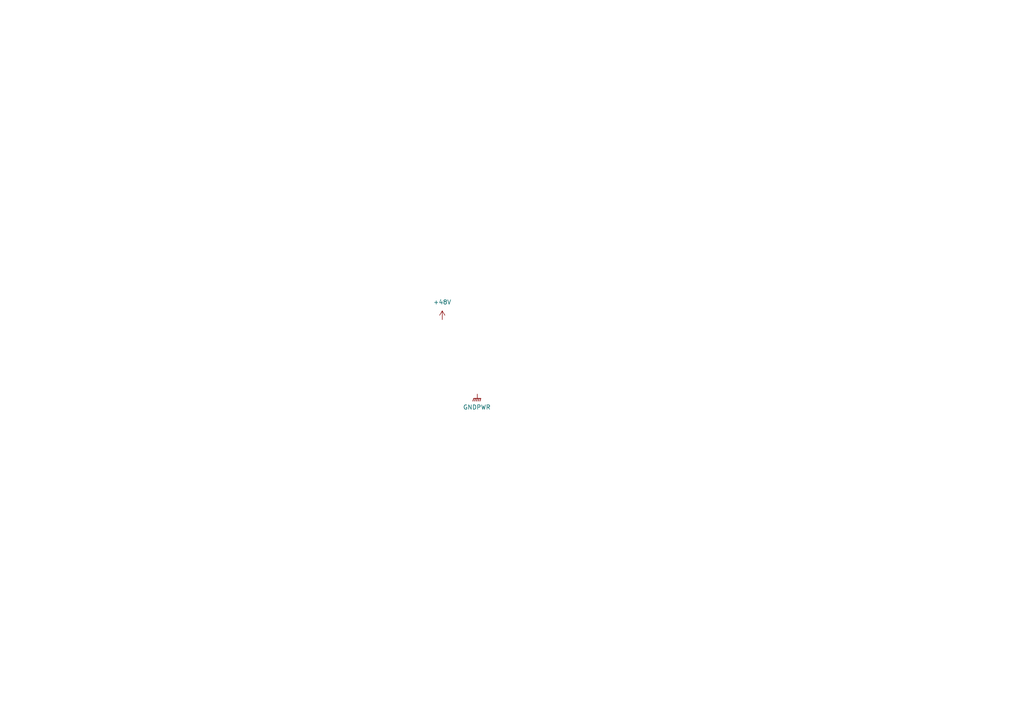
<source format=kicad_sch>
(kicad_sch (version 20230121) (generator eeschema)
  (paper "A4")
  (title_block (title "testudog") (date "2024-01-10") (rev "0") (company "ram"))
  (lib_symbols
    (symbol "power:+48V" (power) (pin_names (offset 0))
      (property "Value" "+48V" (at 0 3.556 0))
      (symbol "+48V_0_1"
        (polyline (pts (xy -0.762 1.27) (xy 0 2.54)))
        (polyline (pts (xy 0 0) (xy 0 2.54)))
        (polyline (pts (xy 0 2.54) (xy 0.762 1.27)))
      )
      (symbol "+48V_1_1"
        (pin power_in line (at 0 0 90) (length 0) hide (name "+48V") (number "1"))
      )
    )
    (symbol "power:GNDPWR" (power) (pin_names (offset 0))
      (property "Value" "GNDPWR" (at 0 -3.302 0))
      (symbol "GNDPWR_0_1"
        (polyline (pts (xy 0 -1.27) (xy 0 0)))
        (polyline (pts (xy -1.016 -1.27) (xy -1.27 -2.032) (xy -1.27 -2.032)) (stroke (width 0.2032)))
        (polyline (pts (xy -0.508 -1.27) (xy -0.762 -2.032) (xy -0.762 -2.032)) (stroke (width 0.2032)))
        (polyline (pts (xy 0 -1.27) (xy -0.254 -2.032) (xy -0.254 -2.032)) (stroke (width 0.2032)))
        (polyline (pts (xy 0.508 -1.27) (xy 0.254 -2.032) (xy 0.254 -2.032)) (stroke (width 0.2032)))
        (polyline (pts (xy 1.016 -1.27) (xy -1.016 -1.27) (xy -1.016 -1.27)) (stroke (width 0.2032)))
        (polyline (pts (xy 1.016 -1.27) (xy 0.762 -2.032) (xy 0.762 -2.032) (xy 0.762 -2.032)) (stroke (width 0.2032)))
      )
      (symbol "GNDPWR_1_1"
        (pin power_in line (at 0 0 270) (length 0) hide (name "GNDPWR") (number "1"))
      )
    )
  )
  (symbol (lib_id "power:+48V") (at 128.27 92.71 0) (unit 1)
    (property "Reference" "#PWR01" (effects hide))
    (property "Value" "+48V" (at 128.27 87.63 0))
  )
  (symbol (lib_id "power:GNDPWR") (at 138.43 114.3 0) (unit 1)
    (property "Reference" "#PWR02" (effects hide))
    (property "Value" "GNDPWR" (at 138.303 118.11 0))
  )
)
</source>
